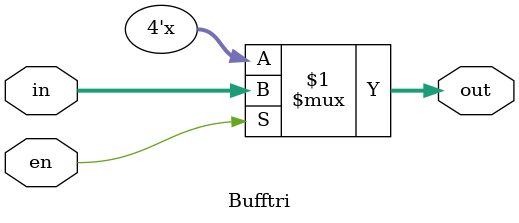
<source format=v>

module Bufftri(input wire [3:0]in,
               input wire en, 
               output wire [3:0]out);

    assign out = en ? in : 4'bz;
endmodule
</source>
